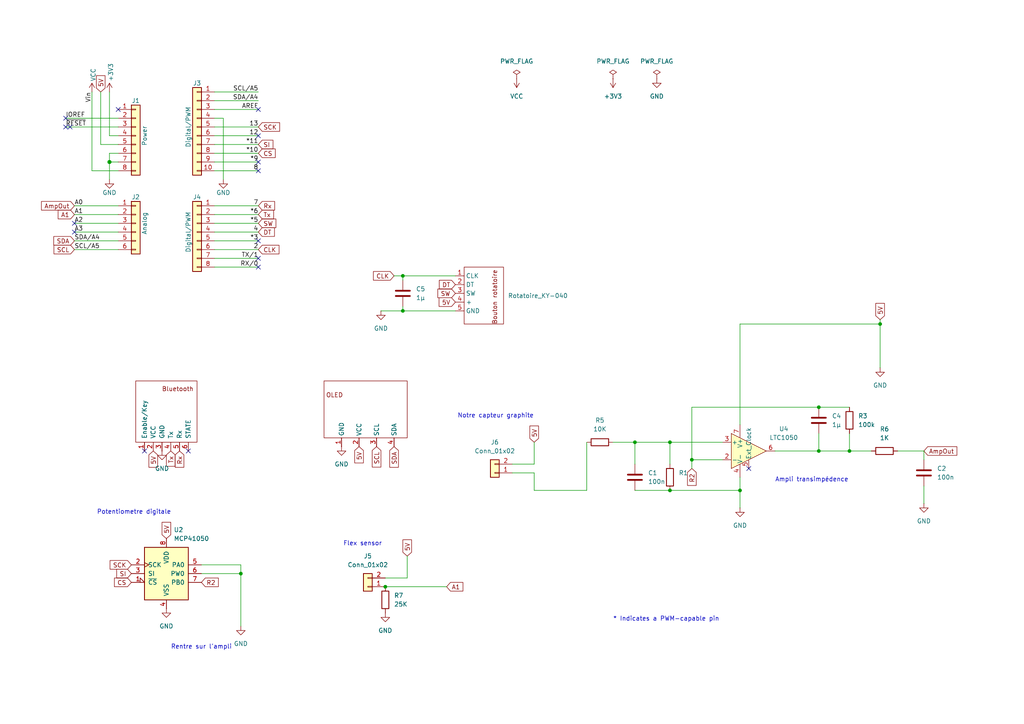
<source format=kicad_sch>
(kicad_sch (version 20250114) (generator "eeschema") (generator_version "9.0")
  (paper "A4")
  (title_block (date "mar. 31 mars 2015"))
  (lib_symbols
    (symbol "+3V3_1" (power) (pin_numbers (hide yes)) (pin_names (offset 0) (hide yes))
      (property "Value" "+3V3" (at 0 3.556 0))
      (symbol "+3V3_1_0_1"
        (polyline (pts (xy -0.762 1.27) (xy 0 2.54)))
        (polyline (pts (xy 0 2.54) (xy 0.762 1.27)))
        (polyline (pts (xy 0 0) (xy 0 2.54)))
      )
      (symbol "+3V3_1_1_1"
        (pin power_in line (at 0 0 90) (length 0) (name "~") (number "1"))
      )
    )
    (symbol "Connector_Generic:Conn_01x02" (pin_names (offset 1.016) (hide yes))
      (property "Reference" "J" (at 0 2.54 0))
      (property "Value" "Conn_01x02" (at 0 -5.08 0))
      (symbol "Conn_01x02_1_1"
        (rectangle (start -1.27 1.27) (end 1.27 -3.81) (stroke (width 0.254)) (fill (type background)))
        (rectangle (start -1.27 0.127) (end 0 -0.127) (stroke (width 0.1524)))
        (rectangle (start -1.27 -2.413) (end 0 -2.667) (stroke (width 0.1524)))
        (pin passive line (at -5.08 0 0) (length 3.81) (name "Pin_1") (number "1"))
        (pin passive line (at -5.08 -2.54 0) (length 3.81) (name "Pin_2") (number "2"))
      )
    )
    (symbol "Connector_Generic:Conn_01x06" (pin_names (offset 1.016) (hide yes))
      (property "Reference" "J" (at 0 7.62 0))
      (property "Value" "Conn_01x06" (at 0 -10.16 0))
      (symbol "Conn_01x06_1_1"
        (rectangle (start -1.27 6.35) (end 1.27 -8.89) (stroke (width 0.254)) (fill (type background)))
        (rectangle (start -1.27 5.207) (end 0 4.953) (stroke (width 0.1524)))
        (rectangle (start -1.27 2.667) (end 0 2.413) (stroke (width 0.1524)))
        (rectangle (start -1.27 0.127) (end 0 -0.127) (stroke (width 0.1524)))
        (rectangle (start -1.27 -2.413) (end 0 -2.667) (stroke (width 0.1524)))
        (rectangle (start -1.27 -4.953) (end 0 -5.207) (stroke (width 0.1524)))
        (rectangle (start -1.27 -7.493) (end 0 -7.747) (stroke (width 0.1524)))
        (pin passive line (at -5.08 5.08 0) (length 3.81) (name "Pin_1") (number "1"))
        (pin passive line (at -5.08 2.54 0) (length 3.81) (name "Pin_2") (number "2"))
        (pin passive line (at -5.08 0 0) (length 3.81) (name "Pin_3") (number "3"))
        (pin passive line (at -5.08 -2.54 0) (length 3.81) (name "Pin_4") (number "4"))
        (pin passive line (at -5.08 -5.08 0) (length 3.81) (name "Pin_5") (number "5"))
        (pin passive line (at -5.08 -7.62 0) (length 3.81) (name "Pin_6") (number "6"))
      )
    )
    (symbol "Connector_Generic:Conn_01x08" (pin_names (offset 1.016) (hide yes))
      (property "Reference" "J" (at 0 10.16 0))
      (property "Value" "Conn_01x08" (at 0 -12.7 0))
      (symbol "Conn_01x08_1_1"
        (rectangle (start -1.27 8.89) (end 1.27 -11.43) (stroke (width 0.254)) (fill (type background)))
        (rectangle (start -1.27 7.747) (end 0 7.493) (stroke (width 0.1524)))
        (rectangle (start -1.27 5.207) (end 0 4.953) (stroke (width 0.1524)))
        (rectangle (start -1.27 2.667) (end 0 2.413) (stroke (width 0.1524)))
        (rectangle (start -1.27 0.127) (end 0 -0.127) (stroke (width 0.1524)))
        (rectangle (start -1.27 -2.413) (end 0 -2.667) (stroke (width 0.1524)))
        (rectangle (start -1.27 -4.953) (end 0 -5.207) (stroke (width 0.1524)))
        (rectangle (start -1.27 -7.493) (end 0 -7.747) (stroke (width 0.1524)))
        (rectangle (start -1.27 -10.033) (end 0 -10.287) (stroke (width 0.1524)))
        (pin passive line (at -5.08 7.62 0) (length 3.81) (name "Pin_1") (number "1"))
        (pin passive line (at -5.08 5.08 0) (length 3.81) (name "Pin_2") (number "2"))
        (pin passive line (at -5.08 2.54 0) (length 3.81) (name "Pin_3") (number "3"))
        (pin passive line (at -5.08 0 0) (length 3.81) (name "Pin_4") (number "4"))
        (pin passive line (at -5.08 -2.54 0) (length 3.81) (name "Pin_5") (number "5"))
        (pin passive line (at -5.08 -5.08 0) (length 3.81) (name "Pin_6") (number "6"))
        (pin passive line (at -5.08 -7.62 0) (length 3.81) (name "Pin_7") (number "7"))
        (pin passive line (at -5.08 -10.16 0) (length 3.81) (name "Pin_8") (number "8"))
      )
    )
    (symbol "Connector_Generic:Conn_01x10" (pin_names (offset 1.016) (hide yes))
      (property "Reference" "J" (at 0 12.7 0))
      (property "Value" "Conn_01x10" (at 0 -15.24 0))
      (symbol "Conn_01x10_1_1"
        (rectangle (start -1.27 11.43) (end 1.27 -13.97) (stroke (width 0.254)) (fill (type background)))
        (rectangle (start -1.27 10.287) (end 0 10.033) (stroke (width 0.1524)))
        (rectangle (start -1.27 7.747) (end 0 7.493) (stroke (width 0.1524)))
        (rectangle (start -1.27 5.207) (end 0 4.953) (stroke (width 0.1524)))
        (rectangle (start -1.27 2.667) (end 0 2.413) (stroke (width 0.1524)))
        (rectangle (start -1.27 0.127) (end 0 -0.127) (stroke (width 0.1524)))
        (rectangle (start -1.27 -2.413) (end 0 -2.667) (stroke (width 0.1524)))
        (rectangle (start -1.27 -4.953) (end 0 -5.207) (stroke (width 0.1524)))
        (rectangle (start -1.27 -7.493) (end 0 -7.747) (stroke (width 0.1524)))
        (rectangle (start -1.27 -10.033) (end 0 -10.287) (stroke (width 0.1524)))
        (rectangle (start -1.27 -12.573) (end 0 -12.827) (stroke (width 0.1524)))
        (pin passive line (at -5.08 10.16 0) (length 3.81) (name "Pin_1") (number "1"))
        (pin passive line (at -5.08 7.62 0) (length 3.81) (name "Pin_2") (number "2"))
        (pin passive line (at -5.08 5.08 0) (length 3.81) (name "Pin_3") (number "3"))
        (pin passive line (at -5.08 2.54 0) (length 3.81) (name "Pin_4") (number "4"))
        (pin passive line (at -5.08 0 0) (length 3.81) (name "Pin_5") (number "5"))
        (pin passive line (at -5.08 -2.54 0) (length 3.81) (name "Pin_6") (number "6"))
        (pin passive line (at -5.08 -5.08 0) (length 3.81) (name "Pin_7") (number "7"))
        (pin passive line (at -5.08 -7.62 0) (length 3.81) (name "Pin_8") (number "8"))
        (pin passive line (at -5.08 -10.16 0) (length 3.81) (name "Pin_9") (number "9"))
        (pin passive line (at -5.08 -12.7 0) (length 3.81) (name "Pin_10") (number "10"))
      )
    )
    (symbol "Device:C" (pin_numbers (hide yes)) (pin_names (offset 0.254))
      (property "Reference" "C" (at 0.635 2.54 0))
      (property "Value" "C" (at 0.635 -2.54 0))
      (symbol "C_0_1"
        (polyline (pts (xy -2.032 0.762) (xy 2.032 0.762)) (stroke (width 0.508)))
        (polyline (pts (xy -2.032 -0.762) (xy 2.032 -0.762)) (stroke (width 0.508)))
      )
      (symbol "C_1_1"
        (pin passive line (at 0 3.81 270) (length 2.794) (name "~") (number "1"))
        (pin passive line (at 0 -3.81 90) (length 2.794) (name "~") (number "2"))
      )
    )
    (symbol "Device:R" (pin_numbers (hide yes)) (pin_names (offset 0))
      (property "Reference" "R" (at 2.032 0 90))
      (property "Value" "R" (at 0 0 90))
      (symbol "R_0_1"
        (rectangle (start -1.016 -2.54) (end 1.016 2.54) (stroke (width 0.254)))
      )
      (symbol "R_1_1"
        (pin passive line (at 0 3.81 270) (length 1.27) (name "~") (number "1"))
        (pin passive line (at 0 -3.81 90) (length 1.27) (name "~") (number "2"))
      )
    )
    (symbol "GND_1" (power) (pin_numbers (hide yes)) (pin_names (offset 0) (hide yes))
      (property "Value" "GND" (at 0 -3.81 0))
      (symbol "GND_1_0_1"
        (polyline (pts (xy 0 0) (xy 0 -1.27) (xy 1.27 -1.27) (xy 0 -2.54) (xy -1.27 -1.27) (xy 0 -1.27)))
      )
      (symbol "GND_1_1_1"
        (pin power_in line (at 0 0 270) (length 0) (name "~") (number "1"))
      )
    )
    (symbol "GND_2" (power) (pin_numbers (hide yes)) (pin_names (offset 0) (hide yes))
      (property "Value" "GND" (at 0 -3.81 0))
      (symbol "GND_2_0_1"
        (polyline (pts (xy 0 0) (xy 0 -1.27) (xy 1.27 -1.27) (xy 0 -2.54) (xy -1.27 -1.27) (xy 0 -1.27)))
      )
      (symbol "GND_2_1_1"
        (pin power_in line (at 0 0 270) (length 0) (name "~") (number "1"))
      )
    )
    (symbol "GND_3" (power) (pin_numbers (hide yes)) (pin_names (offset 0) (hide yes))
      (property "Value" "GND" (at 0 -3.81 0))
      (symbol "GND_3_0_1"
        (polyline (pts (xy 0 0) (xy 0 -1.27) (xy 1.27 -1.27) (xy 0 -2.54) (xy -1.27 -1.27) (xy 0 -1.27)))
      )
      (symbol "GND_3_1_1"
        (pin power_in line (at 0 0 270) (length 0) (name "~") (number "1"))
      )
    )
    (symbol "Potentiometer_Digital:MCP41050" (pin_names (offset 1.016))
      (property "Reference" "U" (at -6.35 8.89 0))
      (property "Value" "MCP41050" (at 1.27 8.89 0))
      (symbol "MCP41050_0_1"
        (rectangle (start -6.35 7.62) (end 6.35 -7.62) (stroke (width 0.254)) (fill (type background)))
      )
      (symbol "MCP41050_1_1"
        (pin passive clock (at -10.16 2.54 0) (length 3.81) (name "SCK") (number "2"))
        (pin input line (at -10.16 0 0) (length 3.81) (name "SI") (number "3"))
        (pin input input_low (at -10.16 -2.54 0) (length 3.81) (name "~{CS}") (number "1"))
        (pin power_in line (at 0 10.16 270) (length 2.54) (name "VDD") (number "8"))
        (pin power_in line (at 0 -10.16 90) (length 2.54) (name "VSS") (number "4"))
        (pin passive line (at 10.16 2.54 180) (length 3.81) (name "PA0") (number "5"))
        (pin passive line (at 10.16 0 180) (length 3.81) (name "PW0") (number "6"))
        (pin passive line (at 10.16 -2.54 180) (length 3.81) (name "PB0") (number "7"))
      )
    )
    (symbol "Une_Librairie_de_symbole:HC05" (pin_names (offset 1.016))
      (symbol "HC05_0_1"
        (rectangle (start 24.13 11.43) (end 6.35 29.21))
      )
      (symbol "HC05_1_1"
        (text "Bluetooth" (at 18.542 26.924 0) (effects (font (size 1.27 1.27))))
        (pin input line (at 8.89 8.89 90) (length 2.54) (name "Enable/Key") (number "1"))
        (pin input line (at 11.43 8.89 90) (length 2.54) (name "VCC") (number "2"))
        (pin input line (at 13.97 8.89 90) (length 2.54) (name "GND") (number "3"))
        (pin input line (at 16.51 8.89 90) (length 2.54) (name "Tx") (number "4"))
        (pin input line (at 19.05 8.89 90) (length 2.54) (name "Rx") (number "5"))
        (pin input line (at 21.59 8.89 90) (length 2.54) (name "STATE") (number "6"))
      )
    )
    (symbol "Une_Librairie_de_symbole:LTC1050" (pin_names (offset 0.127))
      (property "Reference" "U2" (at 10.16 6.4202 0))
      (property "Value" "LTC1050" (at 10.16 3.8802 0))
      (symbol "LTC1050_1_1"
        (polyline (pts (xy -5.08 5.08) (xy -5.08 -5.08) (xy 5.08 0) (xy -5.08 5.08)) (fill (type background)))
        (pin input line (at -7.62 2.54 0) (length 2.54) (name "+") (number "3"))
        (pin input line (at -7.62 -2.54 0) (length 2.54) (name "-") (number "2"))
        (pin power_in line (at -2.54 7.62 270) (length 3.81) (name "V+") (number "7"))
        (pin power_in line (at -2.54 -7.62 90) (length 3.81) (name "V-") (number "4"))
        (pin no_connect line (at 0 2.54 270) (length 3.81) (hide yes) (name "NC") (number "8"))
        (pin input line (at 0 -5.08 90) (length 2.54) (name "Ext_Clock") (number "5"))
        (pin output line (at 7.62 0 180) (length 2.54) (name "~") (number "6"))
      )
    )
    (symbol "Une_Librairie_de_symbole:OLED"
      (symbol "OLED_0_1"
        (rectangle (start -38.1 24.13) (end -13.97 7.62))
      )
      (symbol "OLED_1_1"
        (text "OLED" (at -35.052 20.066 0) (effects (font (size 1.27 1.27))))
        (pin input line (at -33.02 5.08 90) (length 2.54) (name "GND") (number "1"))
        (pin input line (at -27.94 5.08 90) (length 2.54) (name "VCC") (number "2"))
        (pin input line (at -22.86 5.08 90) (length 2.54) (name "SCL") (number "3"))
        (pin input line (at -17.78 5.08 90) (length 2.54) (name "SDA") (number "4"))
      )
    )
    (symbol "Une_Librairie_de_symbole:Rotatoire_KY-040"
      (property "Value" "Rotatoire_KY-040" (at 34.544 -20.32 0))
      (symbol "Rotatoire_KY-040_0_1"
        (rectangle (start -6.35 2.54) (end 10.16 -8.89))
        (text "Bouton rotatoire" (at 2.286 0 0) (effects (font (size 1.27 1.27))))
      )
      (symbol "Rotatoire_KY-040_1_1"
        (pin input line (at -3.81 -11.43 90) (length 2.54) (name "CLK") (number "1"))
        (pin input line (at -1.27 -11.43 90) (length 2.54) (name "DT") (number "2"))
        (pin input line (at 1.27 -11.43 90) (length 2.54) (name "SW") (number "3"))
        (pin input line (at 3.81 -11.43 90) (length 2.54) (name "+") (number "4"))
        (pin input line (at 6.35 -11.43 90) (length 2.54) (name "GND") (number "5"))
      )
      (symbol "Rotatoire_KY-040_2_1"
        (pin input line (at -3.81 -11.43 90) (length 2.54) (name "CLK") (number "1-UB"))
        (pin input line (at -1.27 -11.43 90) (length 2.54) (name "DT") (number "2-UB"))
        (pin input line (at 1.27 -11.43 90) (length 2.54) (name "SW") (number "3-UB"))
        (pin input line (at 3.81 -11.43 90) (length 2.54) (name "+") (number "4-UB"))
        (pin input line (at 6.35 -11.43 90) (length 2.54) (name "GND") (number "5-UB"))
      )
      (symbol "Rotatoire_KY-040_3_1"
        (pin input line (at -3.81 -11.43 90) (length 2.54) (name "CLK") (number "1-UC"))
        (pin input line (at -1.27 -11.43 90) (length 2.54) (name "DT") (number "2-UC"))
        (pin input line (at 1.27 -11.43 90) (length 2.54) (name "SW") (number "3-UC"))
        (pin input line (at 3.81 -11.43 90) (length 2.54) (name "+") (number "4-UC"))
        (pin input line (at 6.35 -11.43 90) (length 2.54) (name "GND") (number "5-UC"))
      )
      (symbol "Rotatoire_KY-040_4_1"
        (pin input line (at -3.81 -11.43 90) (length 2.54) (name "CLK") (number "1-UD"))
        (pin input line (at -1.27 -11.43 90) (length 2.54) (name "DT") (number "2-UD"))
        (pin input line (at 1.27 -11.43 90) (length 2.54) (name "SW") (number "3-UD"))
        (pin input line (at 3.81 -11.43 90) (length 2.54) (name "+") (number "4-UD"))
        (pin input line (at 6.35 -11.43 90) (length 2.54) (name "GND") (number "5-UD"))
      )
    )
    (symbol "VCC_1" (power) (pin_numbers (hide yes)) (pin_names (offset 0) (hide yes))
      (property "Value" "VCC" (at 0 3.556 0))
      (symbol "VCC_1_0_1"
        (polyline (pts (xy -0.762 1.27) (xy 0 2.54)))
        (polyline (pts (xy 0 2.54) (xy 0.762 1.27)))
        (polyline (pts (xy 0 0) (xy 0 2.54)))
      )
      (symbol "VCC_1_1_1"
        (pin power_in line (at 0 0 90) (length 0) (name "~") (number "1"))
      )
    )
    (symbol "power:+3V3" (power) (pin_names (offset 0))
      (property "Value" "+3V3" (at 0 3.556 0))
      (symbol "+3V3_0_1"
        (polyline (pts (xy -0.762 1.27) (xy 0 2.54)))
        (polyline (pts (xy 0 2.54) (xy 0.762 1.27)))
        (polyline (pts (xy 0 0) (xy 0 2.54)))
      )
      (symbol "+3V3_1_1"
        (pin power_in line (at 0 0 90) (length 0) (hide yes) (name "+3V3") (number "1"))
      )
    )
    (symbol "power:GND" (power) (pin_names (offset 0))
      (property "Value" "GND" (at 0 -3.81 0))
      (symbol "GND_0_1"
        (polyline (pts (xy 0 0) (xy 0 -1.27) (xy 1.27 -1.27) (xy 0 -2.54) (xy -1.27 -1.27) (xy 0 -1.27)))
      )
      (symbol "GND_1_1"
        (pin power_in line (at 0 0 270) (length 0) (hide yes) (name "GND") (number "1"))
      )
    )
    (symbol "power:PWR_FLAG" (power) (pin_numbers (hide yes)) (pin_names (offset 0) (hide yes))
      (property "Value" "PWR_FLAG" (at 0 3.81 0))
      (symbol "PWR_FLAG_0_0"
        (pin power_out line (at 0 0 90) (length 0) (name "~") (number "1"))
      )
      (symbol "PWR_FLAG_0_1"
        (polyline (pts (xy 0 0) (xy 0 1.27) (xy -1.016 1.905) (xy 0 2.54) (xy 1.016 1.905) (xy 0 1.27)))
      )
    )
    (symbol "power:VCC" (power) (pin_names (offset 0))
      (property "Value" "VCC" (at 0 3.81 0))
      (symbol "VCC_0_1"
        (polyline (pts (xy -0.762 1.27) (xy 0 2.54)))
        (polyline (pts (xy 0 2.54) (xy 0.762 1.27)))
        (polyline (pts (xy 0 0) (xy 0 2.54)))
      )
      (symbol "VCC_1_1"
        (pin power_in line (at 0 0 90) (length 0) (hide yes) (name "VCC") (number "1"))
      )
    )
  )
  (text "Potentiometre digitale" (at 38.862 148.59 0) (effects (font (size 1.27 1.27))))
  (text "Flex sensor " (at 105.664 157.734 0) (effects (font (size 1.27 1.27))))
  (text "Rentre sur l'ampli\n" (at 58.42 187.706 0) (effects (font (size 1.27 1.27))))
  (text "* Indicates a PWM-capable pin" (at 177.8 180.34 0) (effects (font (size 1.27 1.27)) (justify left bottom)))
  (text "Ampli transimpédence" (at 235.458 139.192 0) (effects (font (size 1.27 1.27))))
  (text "Notre capteur graphite" (at 143.764 120.65 0) (effects (font (size 1.27 1.27))))
  (junction (at 69.85 166.37))
  (junction (at 246.38 130.81))
  (junction (at 31.75 46.99) (diameter 1.016))
  (junction (at 111.76 170.18))
  (junction (at 184.15 128.27))
  (junction (at 194.31 128.27))
  (junction (at 116.84 80.01))
  (junction (at 237.49 118.11))
  (junction (at 237.49 130.81))
  (junction (at 116.84 90.17))
  (junction (at 214.63 142.24))
  (junction (at 255.27 93.98))
  (junction (at 200.66 133.35))
  (junction (at 194.31 142.24))
  (no_connect (at 21.59 67.31))
  (no_connect (at 54.61 130.81))
  (no_connect (at 20.32 36.83))
  (no_connect (at 41.91 130.81))
  (no_connect (at 74.93 74.93))
  (no_connect (at 19.05 34.29))
  (no_connect (at 21.59 64.77))
  (no_connect (at 74.93 69.85))
  (no_connect (at 74.93 77.47))
  (no_connect (at 74.93 49.53))
  (no_connect (at 74.93 31.75))
  (no_connect (at 19.05 36.83))
  (no_connect (at 74.93 46.99))
  (no_connect (at 74.93 39.37))
  (no_connect (at 34.29 31.75))
  (no_connect (at 217.17 135.89))
  (wire (pts (xy 62.23 77.47) (xy 74.93 77.47)))
  (wire (pts (xy 58.42 166.37) (xy 69.85 166.37)))
  (wire (pts (xy 62.23 44.45) (xy 74.93 44.45)))
  (wire (pts (xy 224.79 130.81) (xy 237.49 130.81)))
  (wire (pts (xy 62.23 26.67) (xy 74.93 26.67)))
  (wire (pts (xy 255.27 92.71) (xy 255.27 93.98)))
  (wire (pts (xy 267.97 130.81) (xy 267.97 133.35)))
  (wire (pts (xy 31.75 44.45) (xy 31.75 46.99)))
  (wire (pts (xy 194.31 134.62) (xy 194.31 128.27)))
  (wire (pts (xy 21.59 72.39) (xy 34.29 72.39)))
  (wire (pts (xy 194.31 128.27) (xy 209.55 128.27)))
  (wire (pts (xy 116.84 88.9) (xy 116.84 90.17)))
  (wire (pts (xy 255.27 93.98) (xy 214.63 93.98)))
  (wire (pts (xy 58.42 163.83) (xy 69.85 163.83)))
  (wire (pts (xy 31.75 46.99) (xy 31.75 52.07)))
  (wire (pts (xy 31.75 39.37) (xy 34.29 39.37)))
  (wire (pts (xy 29.21 41.91) (xy 34.29 41.91)))
  (wire (pts (xy 118.11 161.29) (xy 118.11 167.64)))
  (wire (pts (xy 29.21 26.67) (xy 29.21 41.91)))
  (wire (pts (xy 148.59 137.16) (xy 154.94 137.16)))
  (wire (pts (xy 246.38 130.81) (xy 252.73 130.81)))
  (wire (pts (xy 62.23 36.83) (xy 74.93 36.83)))
  (wire (pts (xy 31.75 26.67) (xy 31.75 39.37)))
  (wire (pts (xy 62.23 59.69) (xy 74.93 59.69)))
  (wire (pts (xy 34.29 59.69) (xy 21.59 59.69)))
  (wire (pts (xy 114.3 80.01) (xy 116.84 80.01)))
  (wire (pts (xy 62.23 39.37) (xy 74.93 39.37)))
  (wire (pts (xy 62.23 62.23) (xy 74.93 62.23)))
  (wire (pts (xy 62.23 46.99) (xy 74.93 46.99)))
  (wire (pts (xy 214.63 142.24) (xy 214.63 147.32)))
  (wire (pts (xy 200.66 118.11) (xy 237.49 118.11)))
  (wire (pts (xy 62.23 67.31) (xy 74.93 67.31)))
  (wire (pts (xy 200.66 133.35) (xy 200.66 135.89)))
  (wire (pts (xy 19.05 34.29) (xy 34.29 34.29)))
  (wire (pts (xy 237.49 125.73) (xy 237.49 130.81)))
  (wire (pts (xy 184.15 142.24) (xy 194.31 142.24)))
  (wire (pts (xy 200.66 133.35) (xy 200.66 118.11)))
  (wire (pts (xy 64.77 34.29) (xy 64.77 52.07)))
  (wire (pts (xy 148.59 134.62) (xy 154.94 134.62)))
  (wire (pts (xy 62.23 31.75) (xy 74.93 31.75)))
  (wire (pts (xy 267.97 146.05) (xy 267.97 140.97)))
  (wire (pts (xy 69.85 166.37) (xy 69.85 181.61)))
  (wire (pts (xy 34.29 64.77) (xy 21.59 64.77)))
  (wire (pts (xy 19.05 36.83) (xy 34.29 36.83)))
  (wire (pts (xy 34.29 46.99) (xy 31.75 46.99)))
  (wire (pts (xy 116.84 80.01) (xy 116.84 81.28)))
  (wire (pts (xy 194.31 142.24) (xy 214.63 142.24)))
  (wire (pts (xy 154.94 142.24) (xy 170.18 142.24)))
  (wire (pts (xy 34.29 49.53) (xy 26.67 49.53)))
  (wire (pts (xy 21.59 62.23) (xy 34.29 62.23)))
  (wire (pts (xy 177.8 128.27) (xy 184.15 128.27)))
  (wire (pts (xy 116.84 80.01) (xy 132.08 80.01)))
  (wire (pts (xy 184.15 134.62) (xy 184.15 128.27)))
  (wire (pts (xy 170.18 128.27) (xy 170.18 142.24)))
  (wire (pts (xy 255.27 93.98) (xy 255.27 106.68)))
  (wire (pts (xy 154.94 142.24) (xy 154.94 137.16)))
  (wire (pts (xy 246.38 125.73) (xy 246.38 130.81)))
  (wire (pts (xy 62.23 34.29) (xy 64.77 34.29)))
  (wire (pts (xy 34.29 44.45) (xy 31.75 44.45)))
  (wire (pts (xy 200.66 133.35) (xy 209.55 133.35)))
  (wire (pts (xy 132.08 90.17) (xy 116.84 90.17)))
  (wire (pts (xy 62.23 41.91) (xy 74.93 41.91)))
  (wire (pts (xy 69.85 163.83) (xy 69.85 166.37)))
  (wire (pts (xy 154.94 128.27) (xy 154.94 134.62)))
  (wire (pts (xy 62.23 64.77) (xy 74.93 64.77)))
  (wire (pts (xy 110.49 90.17) (xy 116.84 90.17)))
  (wire (pts (xy 184.15 128.27) (xy 194.31 128.27)))
  (wire (pts (xy 214.63 93.98) (xy 214.63 123.19)))
  (wire (pts (xy 21.59 67.31) (xy 34.29 67.31)))
  (wire (pts (xy 111.76 167.64) (xy 118.11 167.64)))
  (wire (pts (xy 237.49 118.11) (xy 246.38 118.11)))
  (wire (pts (xy 214.63 138.43) (xy 214.63 142.24)))
  (wire (pts (xy 62.23 29.21) (xy 74.93 29.21)))
  (wire (pts (xy 62.23 72.39) (xy 74.93 72.39)))
  (wire (pts (xy 237.49 130.81) (xy 246.38 130.81)))
  (wire (pts (xy 62.23 69.85) (xy 74.93 69.85)))
  (wire (pts (xy 111.76 170.18) (xy 129.54 170.18)))
  (wire (pts (xy 62.23 74.93) (xy 74.93 74.93)))
  (wire (pts (xy 26.67 49.53) (xy 26.67 26.67)))
  (wire (pts (xy 260.35 130.81) (xy 267.97 130.81)))
  (wire (pts (xy 34.29 69.85) (xy 21.59 69.85)))
  (wire (pts (xy 62.23 49.53) (xy 74.93 49.53)))
  (label "RX{slash}0" (at 74.93 77.47 180))
  (label "A2" (at 21.59 64.77 0))
  (label "4" (at 74.93 67.31 180))
  (label "2" (at 74.93 72.39 180))
  (label "A3" (at 21.59 67.31 0))
  (label "13" (at 74.93 36.83 180))
  (label "12" (at 74.93 39.37 180))
  (label "~{RESET}" (at 19.05 36.83 0))
  (label "*10" (at 74.93 44.45 180))
  (label "7" (at 74.93 59.69 180))
  (label "SDA{slash}A4" (at 74.93 29.21 180))
  (label "8" (at 74.93 49.53 180))
  (label "*11" (at 74.93 41.91 180))
  (label "*3" (at 74.93 69.85 180))
  (label "A1" (at 21.59 62.23 0))
  (label "TX{slash}1" (at 74.93 74.93 180))
  (label "A0" (at 21.59 59.69 0))
  (label "AREF" (at 74.93 31.75 180))
  (label "Vin" (at 26.67 26.67 270))
  (label "*6" (at 74.93 62.23 180))
  (label "SCL{slash}A5" (at 74.93 26.67 180))
  (label "*9" (at 74.93 46.99 180))
  (label "*5" (at 74.93 64.77 180))
  (label "IOREF" (at 19.05 34.29 0))
  (label "SDA{slash}A4" (at 21.59 69.85 0))
  (label "SCL{slash}A5" (at 21.59 72.39 0))
  (global_label "SCL" (shape input) (at 21.59 72.39 180) (property "Intersheetrefs" "${INTERSHEET_REFS}" (effects (hide yes))))
  (global_label "Tx" (shape input) (at 49.53 130.81 270) (property "Intersheetrefs" "${INTERSHEET_REFS}" (effects (hide yes))))
  (global_label "Tx" (shape input) (at 74.93 62.23 0) (property "Intersheetrefs" "${INTERSHEET_REFS}" (effects (hide yes))))
  (global_label "5V" (shape input) (at 29.21 26.67 90) (property "Intersheetrefs" "${INTERSHEET_REFS}" (effects (hide yes))))
  (global_label "CLK" (shape input) (at 114.3 80.01 180) (property "Intersheetrefs" "${INTERSHEET_REFS}" (effects (hide yes))))
  (global_label "AmpOut" (shape input) (at 267.97 130.81 0) (property "Intersheetrefs" "${INTERSHEET_REFS}" (effects (hide yes))))
  (global_label "DT" (shape input) (at 132.08 82.55 180) (property "Intersheetrefs" "${INTERSHEET_REFS}" (effects (hide yes))))
  (global_label "R2" (shape input) (at 58.42 168.91 0) (property "Intersheetrefs" "${INTERSHEET_REFS}" (effects (hide yes))))
  (global_label "SDA" (shape input) (at 21.59 69.85 180) (property "Intersheetrefs" "${INTERSHEET_REFS}" (effects (hide yes))))
  (global_label "Rx" (shape input) (at 74.93 59.69 0) (property "Intersheetrefs" "${INTERSHEET_REFS}" (effects (hide yes))))
  (global_label "5V" (shape input) (at 48.26 156.21 90) (property "Intersheetrefs" "${INTERSHEET_REFS}" (effects (hide yes))))
  (global_label "SCK" (shape input) (at 38.1 163.83 180) (property "Intersheetrefs" "${INTERSHEET_REFS}" (effects (hide yes))))
  (global_label "CS" (shape input) (at 38.1 168.91 180) (property "Intersheetrefs" "${INTERSHEET_REFS}" (effects (hide yes))))
  (global_label "A1" (shape input) (at 129.54 170.18 0) (property "Intersheetrefs" "${INTERSHEET_REFS}" (effects (hide yes))))
  (global_label "A1" (shape input) (at 21.59 62.23 180) (property "Intersheetrefs" "${INTERSHEET_REFS}" (effects (hide yes))))
  (global_label "DT" (shape input) (at 74.93 67.31 0) (property "Intersheetrefs" "${INTERSHEET_REFS}" (effects (hide yes))))
  (global_label "5V" (shape input) (at 104.14 129.54 270) (property "Intersheetrefs" "${INTERSHEET_REFS}" (effects (hide yes))))
  (global_label "SI" (shape input) (at 74.93 41.91 0) (property "Intersheetrefs" "${INTERSHEET_REFS}" (effects (hide yes))))
  (global_label "5V" (shape input) (at 255.27 92.71 90) (property "Intersheetrefs" "${INTERSHEET_REFS}" (effects (hide yes))))
  (global_label "5V" (shape input) (at 44.45 130.81 270) (property "Intersheetrefs" "${INTERSHEET_REFS}" (effects (hide yes))))
  (global_label "SCK" (shape input) (at 74.93 36.83 0) (property "Intersheetrefs" "${INTERSHEET_REFS}" (effects (hide yes))))
  (global_label "SW" (shape input) (at 132.08 85.09 180) (property "Intersheetrefs" "${INTERSHEET_REFS}" (effects (hide yes))))
  (global_label "SI" (shape input) (at 38.1 166.37 180) (property "Intersheetrefs" "${INTERSHEET_REFS}" (effects (hide yes))))
  (global_label "R2" (shape input) (at 200.66 135.89 270) (property "Intersheetrefs" "${INTERSHEET_REFS}" (effects (hide yes))))
  (global_label "CLK" (shape input) (at 74.93 72.39 0) (property "Intersheetrefs" "${INTERSHEET_REFS}" (effects (hide yes))))
  (global_label "5V" (shape input) (at 154.94 128.27 90) (property "Intersheetrefs" "${INTERSHEET_REFS}" (effects (hide yes))))
  (global_label "SW" (shape input) (at 74.93 64.77 0) (property "Intersheetrefs" "${INTERSHEET_REFS}" (effects (hide yes))))
  (global_label "CS" (shape input) (at 74.93 44.45 0) (property "Intersheetrefs" "${INTERSHEET_REFS}" (effects (hide yes))))
  (global_label "SCL" (shape input) (at 109.22 129.54 270) (property "Intersheetrefs" "${INTERSHEET_REFS}" (effects (hide yes))))
  (global_label "AmpOut" (shape input) (at 21.59 59.69 180) (property "Intersheetrefs" "${INTERSHEET_REFS}" (effects (hide yes))))
  (global_label "Rx" (shape input) (at 52.07 130.81 270) (property "Intersheetrefs" "${INTERSHEET_REFS}" (effects (hide yes))))
  (global_label "SDA" (shape input) (at 114.3 129.54 270) (property "Intersheetrefs" "${INTERSHEET_REFS}" (effects (hide yes))))
  (global_label "5V" (shape input) (at 118.11 161.29 90) (property "Intersheetrefs" "${INTERSHEET_REFS}" (effects (hide yes))))
  (global_label "5V" (shape input) (at 132.08 87.63 180) (property "Intersheetrefs" "${INTERSHEET_REFS}" (effects (hide yes))))
  (symbol (lib_id "Connector_Generic:Conn_01x08") (at 39.37 39.37 0) (unit 1)
    (property "Reference" "J1" (at 39.37 29.21 0))
    (property "Value" "Power" (at 41.91 39.37 90))
    (property "Footprint" "Connector_PinSocket_2.54mm:PinSocket_1x08_P2.54mm_Vertical" (effects (hide yes)))
  )
  (symbol (lib_id "power:+3V3") (at 31.75 26.67 0) (unit 1)
    (property "Reference" "#PWR0106" (effects (hide yes)))
    (property "Value" "+3V3" (at 32.131 23.622 90) (effects (justify left)))
  )
  (symbol (lib_id "power:GND") (at 31.75 52.07 0) (unit 1)
    (property "Reference" "#PWR0103" (effects (hide yes)))
    (property "Value" "GND" (at 31.75 55.88 0))
  )
  (symbol (lib_id "Connector_Generic:Conn_01x10") (at 57.15 36.83 0) (mirror y) (unit 1)
    (property "Reference" "J3" (at 57.15 24.13 0))
    (property "Value" "Digital/PWM" (at 54.61 36.83 90))
    (property "Footprint" "Connector_PinSocket_2.54mm:PinSocket_1x10_P2.54mm_Vertical" (effects (hide yes)))
  )
  (symbol (lib_id "power:GND") (at 64.77 52.07 0) (unit 1)
    (property "Reference" "#PWR0107" (effects (hide yes)))
    (property "Value" "GND" (at 64.77 55.88 0))
  )
  (symbol (lib_id "Connector_Generic:Conn_01x06") (at 39.37 64.77 0) (unit 1)
    (property "Reference" "J2" (at 39.37 57.15 0))
    (property "Value" "Analog" (at 41.91 64.77 90))
    (property "Footprint" "Connector_PinSocket_2.54mm:PinSocket_1x06_P2.54mm_Vertical" (effects (hide yes)))
  )
  (symbol (lib_id "Connector_Generic:Conn_01x08") (at 57.15 67.31 0) (mirror y) (unit 1)
    (property "Reference" "J4" (at 57.15 57.15 0))
    (property "Value" "Digital/PWM" (at 54.61 67.31 90))
    (property "Footprint" "Connector_PinSocket_2.54mm:PinSocket_1x08_P2.54mm_Vertical" (effects (hide yes)))
  )
  (symbol (lib_name "GND_1") (lib_id "power:GND") (at 110.49 90.17 0) (unit 1)
    (property "Reference" "#PWR0123" (effects (hide yes)))
    (property "Value" "GND" (at 110.49 95.25 0))
    (property "Description" "Power symbol creates a global label with name \"GND\" , ground" (effects (hide yes)))
  )
  (symbol (lib_id "Une_Librairie_de_symbole:HC05") (at 33.02 139.7 0) (unit 1)
    (property "Reference" "U1" (effects (hide yes)))
    (property "Value" "HC05" (effects (hide yes)))
    (property "Footprint" "Une_Librairie_d_empreinte:Blutooth_Empreinte" (effects (hide yes)))
    (property "Datasheet" "https://www.tme.eu/de/Document/b90358c53cd65c9b10d2914f55812666/btm222_datasheet.pdf" (effects (hide yes)))
    (property "Description" "Bluetooth SPP Module, UART, Class 1" (effects (hide yes)))
  )
  (symbol (lib_id "Device:R") (at 246.38 121.92 0) (unit 1)
    (property "Reference" "R3" (at 248.92 120.6499 0) (effects (justify left)))
    (property "Value" "100k" (at 248.92 123.1899 0) (effects (justify left)))
    (property "Footprint" "Une_Librairie_d_empreinte:Resistance_Empreinte" (effects (hide yes)))
    (property "Description" "Resistor" (effects (hide yes)))
  )
  (symbol (lib_name "GND_3") (lib_id "power:GND") (at 190.5 22.86 0) (unit 1)
    (property "Reference" "#PWR0113" (effects (hide yes)))
    (property "Value" "GND" (at 190.5 27.94 0))
    (property "Description" "Power symbol creates a global label with name \"GND\" , ground" (effects (hide yes)))
  )
  (symbol (lib_id "Device:C") (at 267.97 137.16 0) (unit 1)
    (property "Reference" "C2" (at 271.78 135.8899 0) (effects (justify left)))
    (property "Value" "100n" (at 271.78 138.4299 0) (effects (justify left)))
    (property "Footprint" "Une_Librairie_d_empreinte:C_Disc_D6.0mm_W4.4mm_P5.00mm_Capa_100n_Empreinte" (effects (hide yes)))
    (property "Description" "Unpolarized capacitor" (effects (hide yes)))
  )
  (symbol (lib_id "Device:R") (at 194.31 138.43 0) (unit 1)
    (property "Reference" "R1" (at 196.85 137.1599 0) (effects (justify left)))
    (property "Value" "100k" (effects (hide yes)))
    (property "Footprint" "Une_Librairie_d_empreinte:Resistance_Empreinte" (effects (hide yes)))
    (property "Description" "Resistor" (effects (hide yes)))
  )
  (symbol (lib_name "GND_1") (lib_id "power:GND") (at 48.26 176.53 0) (unit 1)
    (property "Reference" "#PWR0120" (effects (hide yes)))
    (property "Value" "GND" (at 48.26 181.61 0))
    (property "Description" "Power symbol creates a global label with name \"GND\" , ground" (effects (hide yes)))
  )
  (symbol (lib_name "GND_1") (lib_id "power:GND") (at 111.76 177.8 0) (unit 1)
    (property "Reference" "#PWR0114" (effects (hide yes)))
    (property "Value" "GND" (at 111.76 182.88 0))
    (property "Description" "Power symbol creates a global label with name \"GND\" , ground" (effects (hide yes)))
  )
  (symbol (lib_name "GND_1") (lib_id "power:GND") (at 69.85 181.61 0) (unit 1)
    (property "Reference" "#PWR0122" (effects (hide yes)))
    (property "Value" "GND" (at 69.85 186.69 0))
    (property "Description" "Power symbol creates a global label with name \"GND\" , ground" (effects (hide yes)))
  )
  (symbol (lib_id "Potentiometer_Digital:MCP41050") (at 48.26 166.37 0) (unit 1)
    (property "Reference" "U2" (at 50.4033 153.67 0) (effects (justify left)))
    (property "Value" "MCP41050" (at 50.4033 156.21 0) (effects (justify left)))
    (property "Footprint" "Une_Librairie_d_empreinte:Potentiometre MCP41050" (effects (hide yes)))
    (property "Datasheet" "http://ww1.microchip.com/downloads/en/DeviceDoc/11195c.pdf" (effects (hide yes)))
    (property "Description" "Single Digital Potentiometer, SPI interface, 256 taps, 50 kohm" (effects (hide yes)))
  )
  (symbol (lib_name "GND_1") (lib_id "power:GND") (at 267.97 146.05 0) (unit 1)
    (property "Reference" "#PWR0102" (effects (hide yes)))
    (property "Value" "GND" (at 267.97 151.13 0))
    (property "Description" "Power symbol creates a global label with name \"GND\" , ground" (effects (hide yes)))
  )
  (symbol (lib_name "VCC_1") (lib_id "power:VCC") (at 149.86 22.86 180) (unit 1)
    (property "Reference" "#PWR0111" (effects (hide yes)))
    (property "Value" "VCC" (at 149.86 27.94 0))
    (property "Description" "Power symbol creates a global label with name \"VCC\"" (effects (hide yes)))
  )
  (symbol (lib_id "power:PWR_FLAG") (at 177.8 22.86 0) (unit 1)
    (property "Reference" "#FLG0104" (effects (hide yes)))
    (property "Value" "PWR_FLAG" (at 177.8 17.78 0))
    (property "Description" "Special symbol for telling ERC where power comes from" (effects (hide yes)))
  )
  (symbol (lib_id "Une_Librairie_de_symbole:LTC1050") (at 217.17 130.81 0) (unit 1)
    (property "Reference" "U4" (at 227.33 124.3898 0))
    (property "Value" "LTC1050" (at 227.33 126.9298 0))
    (property "Footprint" "Package_DIP:DIP-8_W7.62mm" (effects (hide yes)))
  )
  (symbol (lib_id "power:VCC") (at 26.67 26.67 0) (unit 1)
    (property "Reference" "#PWR0104" (effects (hide yes)))
    (property "Value" "VCC" (at 27.051 23.622 90) (effects (justify left)))
  )
  (symbol (lib_id "Device:R") (at 111.76 173.99 0) (unit 1)
    (property "Reference" "R7" (at 114.3 172.7199 0) (effects (justify left)))
    (property "Value" "25K" (at 114.3 175.2599 0) (effects (justify left)))
    (property "Footprint" "Une_Librairie_d_empreinte:Resistance_Empreinte" (effects (hide yes)))
    (property "Description" "Resistor" (effects (hide yes)))
  )
  (symbol (lib_id "Device:C") (at 184.15 138.43 0) (unit 1)
    (property "Reference" "C1" (at 187.96 137.1599 0) (effects (justify left)))
    (property "Value" "100n" (at 187.96 139.6999 0) (effects (justify left)))
    (property "Footprint" "Une_Librairie_d_empreinte:C_Disc_D6.0mm_W4.4mm_P5.00mm_Capa_100n_Empreinte" (effects (hide yes)))
    (property "Description" "Unpolarized capacitor" (effects (hide yes)))
  )
  (symbol (lib_id "Device:C") (at 116.84 85.09 0) (unit 1)
    (property "Reference" "C5" (at 120.65 83.8199 0) (effects (justify left)))
    (property "Value" "1µ" (at 120.65 86.3599 0) (effects (justify left)))
    (property "Footprint" "Une_Librairie_d_empreinte:C_Rect_L7.0mm_W4.5mm_P5.00mm_Capa_1µ_Empreinte" (effects (hide yes)))
    (property "Description" "Unpolarized capacitor" (effects (hide yes)))
  )
  (symbol (lib_id "Connector_Generic:Conn_01x02") (at 143.51 137.16 180) (unit 1)
    (property "Reference" "J6" (at 143.51 128.27 0))
    (property "Value" "Conn_01x02" (at 143.51 130.81 0))
    (property "Footprint" "Une_Librairie_d_empreinte:PinSocket_1x02_P2.54mm_Vertical_Header_Empreinte" (effects (hide yes)))
    (property "Description" "Generic connector, single row, 01x02, script generated (kicad-library-utils/schlib/autogen/connector/)" (effects (hide yes)))
  )
  (symbol (lib_id "Device:R") (at 173.99 128.27 90) (unit 1)
    (property "Reference" "R5" (at 173.99 121.92 90))
    (property "Value" "10K" (at 173.99 124.46 90))
    (property "Footprint" "Une_Librairie_d_empreinte:Resistance_Empreinte" (effects (hide yes)))
    (property "Description" "Resistor" (effects (hide yes)))
  )
  (symbol (lib_id "Connector_Generic:Conn_01x02") (at 106.68 170.18 180) (unit 1)
    (property "Reference" "J5" (at 106.68 161.29 0))
    (property "Value" "Conn_01x02" (at 106.68 163.83 0))
    (property "Footprint" "Une_Librairie_d_empreinte:PinSocket_1x02_P2.54mm_Vertical_Header_Empreinte" (effects (hide yes)))
    (property "Description" "Generic connector, single row, 01x02, script generated (kicad-library-utils/schlib/autogen/connector/)" (effects (hide yes)))
  )
  (symbol (lib_id "power:PWR_FLAG") (at 149.86 22.86 0) (unit 1)
    (property "Reference" "#FLG0103" (effects (hide yes)))
    (property "Value" "PWR_FLAG" (at 149.86 17.78 0))
    (property "Description" "Special symbol for telling ERC where power comes from" (effects (hide yes)))
  )
  (symbol (lib_name "GND_2") (lib_id "power:GND") (at 214.63 147.32 0) (unit 1)
    (property "Reference" "#PWR0101" (effects (hide yes)))
    (property "Value" "GND" (at 214.63 152.4 0))
    (property "Description" "Power symbol creates a global label with name \"GND\" , ground" (effects (hide yes)))
  )
  (symbol (lib_name "GND_2") (lib_id "power:GND") (at 99.06 129.54 0) (unit 1)
    (property "Reference" "#PWR0116" (effects (hide yes)))
    (property "Value" "GND" (at 99.06 134.62 0))
    (property "Description" "Power symbol creates a global label with name \"GND\" , ground" (effects (hide yes)))
  )
  (symbol (lib_id "Device:R") (at 256.54 130.81 90) (unit 1)
    (property "Reference" "R6" (at 256.54 124.46 90))
    (property "Value" "1K" (at 256.54 127 90))
    (property "Footprint" "Une_Librairie_d_empreinte:Resistance_Empreinte" (effects (hide yes)))
    (property "Description" "Resistor" (effects (hide yes)))
  )
  (symbol (lib_id "Une_Librairie_de_symbole:OLED") (at 132.08 134.62 0) (unit 1)
    (property "Reference" "DS1" (effects (hide yes)))
    (property "Value" "OLED" (effects (hide yes)))
    (property "Footprint" "Une_Librairie_d_empreinte:Oled_Empreinte" (effects (hide yes)))
    (property "Datasheet" "https://www.vishay.com/docs/37902/oled128o064dbpp3n00000.pdf" (effects (hide yes)))
    (property "Description" "OLED display 128x64" (effects (hide yes)))
  )
  (symbol (lib_name "GND_2") (lib_id "power:GND") (at 46.99 130.81 0) (unit 1)
    (property "Reference" "#PWR0115" (effects (hide yes)))
    (property "Value" "GND" (at 46.99 135.89 0))
    (property "Description" "Power symbol creates a global label with name \"GND\" , ground" (effects (hide yes)))
  )
  (symbol (lib_name "GND_1") (lib_id "power:GND") (at 255.27 106.68 0) (unit 1)
    (property "Reference" "#PWR0109" (effects (hide yes)))
    (property "Value" "GND" (at 255.27 111.76 0))
    (property "Description" "Power symbol creates a global label with name \"GND\" , ground" (effects (hide yes)))
  )
  (symbol (lib_name "+3V3_1") (lib_id "power:+3V3") (at 177.8 22.86 180) (unit 1)
    (property "Reference" "#PWR0112" (effects (hide yes)))
    (property "Value" "+3V3" (at 177.8 27.94 0))
    (property "Description" "Power symbol creates a global label with name \"+3V3\"" (effects (hide yes)))
  )
  (symbol (lib_id "Une_Librairie_de_symbole:Rotatoire_KY-040") (at 143.51 83.82 270) (unit 1)
    (property "Reference" "1" (effects (hide yes)))
    (property "Value" "Rotatoire_KY-040" (at 147.32 85.7744 90) (effects (justify left)))
    (property "Footprint" "Une_Librairie_d_empreinte:Rotatoire_KEY-040_Empreinte" (effects (hide yes)))
  )
  (symbol (lib_id "power:PWR_FLAG") (at 190.5 22.86 0) (unit 1)
    (property "Reference" "#FLG0102" (effects (hide yes)))
    (property "Value" "PWR_FLAG" (at 190.5 17.78 0))
    (property "Description" "Special symbol for telling ERC where power comes from" (effects (hide yes)))
  )
  (symbol (lib_id "Device:C") (at 237.49 121.92 0) (unit 1)
    (property "Reference" "C4" (at 241.3 120.6499 0) (effects (justify left)))
    (property "Value" "1µ" (at 241.3 123.1899 0) (effects (justify left)))
    (property "Footprint" "Une_Librairie_d_empreinte:C_Rect_L7.0mm_W4.5mm_P5.00mm_Capa_1µ_Empreinte" (effects (hide yes)))
    (property "Description" "Unpolarized capacitor" (effects (hide yes)))
  )
)
</source>
